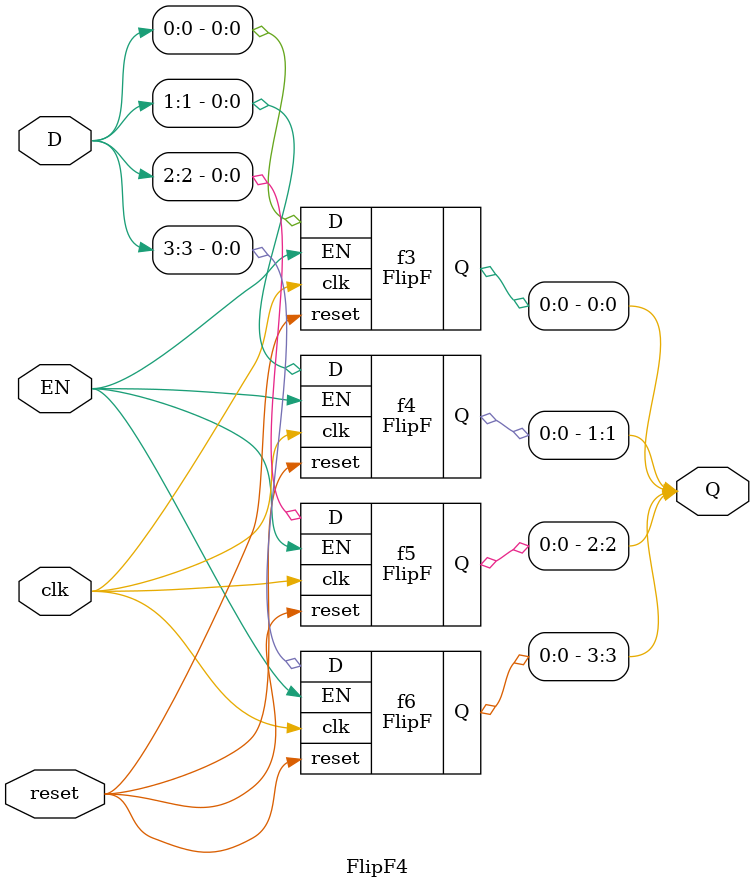
<source format=v>

module FlipF(input wire clk, reset, EN,
            input wire D,
            output reg Q);

always @ (posedge clk or posedge reset)begin
  if (reset) begin
      Q <= 1'b0;
  end
  else if (EN) begin
      Q <= D;
  end
  end

endmodule

module FlipF2(input wire clk, reset, EN,
              input wire [1:0]D,
              output wire [1:0]Q);

FlipF  f1(clk, reset, EN, D[0], Q[0]);
FlipF  f2(clk, reset, EN, D[1], Q[1]);

endmodule


module FlipF4(input wire clk, reset, EN,
              input wire [3:0]D,
              output wire [3:0]Q);

FlipF f3(clk, reset, EN, D[0], Q[0]);
FlipF f4(clk, reset, EN, D[1], Q[1]);
FlipF f5(clk, reset, EN, D[2], Q[2]);
FlipF f6(clk, reset, EN, D[3], Q[3]);

endmodule

</source>
